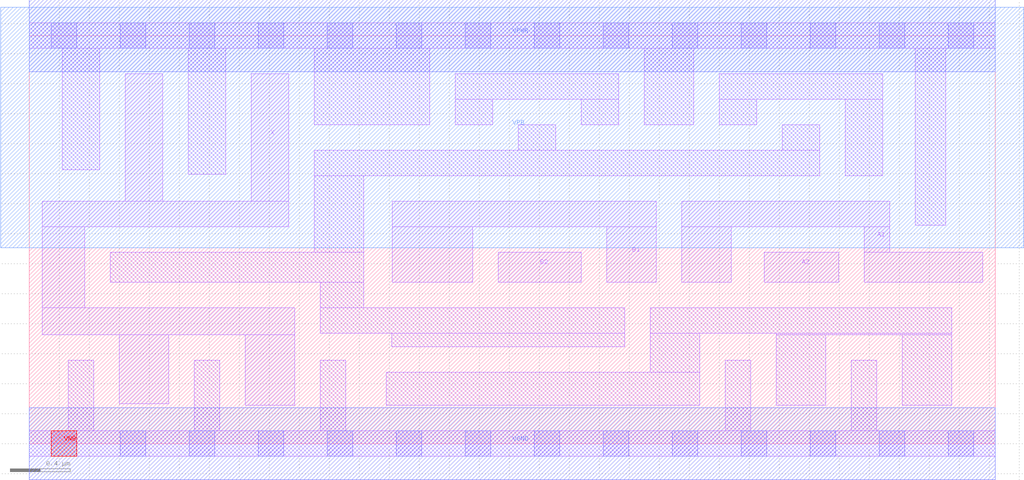
<source format=lef>
# Copyright 2020 The SkyWater PDK Authors
#
# Licensed under the Apache License, Version 2.0 (the "License");
# you may not use this file except in compliance with the License.
# You may obtain a copy of the License at
#
#     https://www.apache.org/licenses/LICENSE-2.0
#
# Unless required by applicable law or agreed to in writing, software
# distributed under the License is distributed on an "AS IS" BASIS,
# WITHOUT WARRANTIES OR CONDITIONS OF ANY KIND, either express or implied.
# See the License for the specific language governing permissions and
# limitations under the License.
#
# SPDX-License-Identifier: Apache-2.0

VERSION 5.7 ;
  NOWIREEXTENSIONATPIN ON ;
  DIVIDERCHAR "/" ;
  BUSBITCHARS "[]" ;
MACRO sky130_fd_sc_hd__o22a_4
  CLASS CORE ;
  FOREIGN sky130_fd_sc_hd__o22a_4 ;
  ORIGIN  0.000000  0.000000 ;
  SIZE  6.440000 BY  2.720000 ;
  SYMMETRY X Y R90 ;
  SITE unithd ;
  PIN A1
    ANTENNAGATEAREA  0.495000 ;
    DIRECTION INPUT ;
    USE SIGNAL ;
    PORT
      LAYER li1 ;
        RECT 4.350000 1.075000 4.680000 1.445000 ;
        RECT 4.350000 1.445000 5.735000 1.615000 ;
        RECT 5.565000 1.075000 6.355000 1.275000 ;
        RECT 5.565000 1.275000 5.735000 1.445000 ;
    END
  END A1
  PIN A2
    ANTENNAGATEAREA  0.495000 ;
    DIRECTION INPUT ;
    USE SIGNAL ;
    PORT
      LAYER li1 ;
        RECT 4.900000 1.075000 5.395000 1.275000 ;
    END
  END A2
  PIN B1
    ANTENNAGATEAREA  0.495000 ;
    DIRECTION INPUT ;
    USE SIGNAL ;
    PORT
      LAYER li1 ;
        RECT 2.420000 1.075000 2.955000 1.445000 ;
        RECT 2.420000 1.445000 4.180000 1.615000 ;
        RECT 3.850000 1.075000 4.180000 1.445000 ;
    END
  END B1
  PIN B2
    ANTENNAGATEAREA  0.495000 ;
    DIRECTION INPUT ;
    USE SIGNAL ;
    PORT
      LAYER li1 ;
        RECT 3.125000 1.075000 3.680000 1.275000 ;
    END
  END B2
  PIN X
    ANTENNADIFFAREA  0.891000 ;
    DIRECTION OUTPUT ;
    USE SIGNAL ;
    PORT
      LAYER li1 ;
        RECT 0.085000 0.725000 1.770000 0.905000 ;
        RECT 0.085000 0.905000 0.370000 1.445000 ;
        RECT 0.085000 1.445000 1.730000 1.615000 ;
        RECT 0.600000 0.265000 0.930000 0.725000 ;
        RECT 0.640000 1.615000 0.890000 2.465000 ;
        RECT 1.440000 0.255000 1.770000 0.725000 ;
        RECT 1.480000 1.615000 1.730000 2.465000 ;
    END
  END X
  PIN VGND
    DIRECTION INOUT ;
    SHAPE ABUTMENT ;
    USE GROUND ;
    PORT
      LAYER met1 ;
        RECT 0.000000 -0.240000 6.440000 0.240000 ;
    END
  END VGND
  PIN VNB
    DIRECTION INOUT ;
    USE GROUND ;
    PORT
      LAYER pwell ;
        RECT 0.145000 -0.085000 0.315000 0.085000 ;
    END
  END VNB
  PIN VPB
    DIRECTION INOUT ;
    USE POWER ;
    PORT
      LAYER nwell ;
        RECT -0.190000 1.305000 6.630000 2.910000 ;
    END
  END VPB
  PIN VPWR
    DIRECTION INOUT ;
    SHAPE ABUTMENT ;
    USE POWER ;
    PORT
      LAYER met1 ;
        RECT 0.000000 2.480000 6.440000 2.960000 ;
    END
  END VPWR
  OBS
    LAYER li1 ;
      RECT 0.000000 -0.085000 6.440000 0.085000 ;
      RECT 0.000000  2.635000 6.440000 2.805000 ;
      RECT 0.220000  1.825000 0.470000 2.635000 ;
      RECT 0.260000  0.085000 0.430000 0.555000 ;
      RECT 0.540000  1.075000 2.230000 1.275000 ;
      RECT 1.060000  1.795000 1.310000 2.635000 ;
      RECT 1.100000  0.085000 1.270000 0.555000 ;
      RECT 1.900000  1.275000 2.230000 1.785000 ;
      RECT 1.900000  1.785000 5.270000 1.955000 ;
      RECT 1.900000  2.125000 2.670000 2.635000 ;
      RECT 1.940000  0.085000 2.110000 0.555000 ;
      RECT 1.940000  0.735000 3.970000 0.905000 ;
      RECT 1.940000  0.905000 2.230000 1.075000 ;
      RECT 2.380000  0.255000 4.470000 0.475000 ;
      RECT 2.415000  0.645000 3.970000 0.735000 ;
      RECT 2.840000  2.125000 3.090000 2.295000 ;
      RECT 2.840000  2.295000 3.930000 2.465000 ;
      RECT 3.260000  1.955000 3.510000 2.125000 ;
      RECT 3.680000  2.125000 3.930000 2.295000 ;
      RECT 4.100000  2.125000 4.430000 2.635000 ;
      RECT 4.140000  0.475000 4.470000 0.735000 ;
      RECT 4.140000  0.735000 6.150000 0.905000 ;
      RECT 4.600000  2.125000 4.850000 2.295000 ;
      RECT 4.600000  2.295000 5.690000 2.465000 ;
      RECT 4.640000  0.085000 4.810000 0.555000 ;
      RECT 4.980000  0.255000 5.310000 0.725000 ;
      RECT 4.980000  0.725000 6.150000 0.735000 ;
      RECT 5.020000  1.955000 5.270000 2.125000 ;
      RECT 5.440000  1.785000 5.690000 2.295000 ;
      RECT 5.480000  0.085000 5.650000 0.555000 ;
      RECT 5.820000  0.255000 6.150000 0.725000 ;
      RECT 5.905000  1.455000 6.110000 2.635000 ;
    LAYER mcon ;
      RECT 0.145000 -0.085000 0.315000 0.085000 ;
      RECT 0.145000  2.635000 0.315000 2.805000 ;
      RECT 0.605000 -0.085000 0.775000 0.085000 ;
      RECT 0.605000  2.635000 0.775000 2.805000 ;
      RECT 1.065000 -0.085000 1.235000 0.085000 ;
      RECT 1.065000  2.635000 1.235000 2.805000 ;
      RECT 1.525000 -0.085000 1.695000 0.085000 ;
      RECT 1.525000  2.635000 1.695000 2.805000 ;
      RECT 1.985000 -0.085000 2.155000 0.085000 ;
      RECT 1.985000  2.635000 2.155000 2.805000 ;
      RECT 2.445000 -0.085000 2.615000 0.085000 ;
      RECT 2.445000  2.635000 2.615000 2.805000 ;
      RECT 2.905000 -0.085000 3.075000 0.085000 ;
      RECT 2.905000  2.635000 3.075000 2.805000 ;
      RECT 3.365000 -0.085000 3.535000 0.085000 ;
      RECT 3.365000  2.635000 3.535000 2.805000 ;
      RECT 3.825000 -0.085000 3.995000 0.085000 ;
      RECT 3.825000  2.635000 3.995000 2.805000 ;
      RECT 4.285000 -0.085000 4.455000 0.085000 ;
      RECT 4.285000  2.635000 4.455000 2.805000 ;
      RECT 4.745000 -0.085000 4.915000 0.085000 ;
      RECT 4.745000  2.635000 4.915000 2.805000 ;
      RECT 5.205000 -0.085000 5.375000 0.085000 ;
      RECT 5.205000  2.635000 5.375000 2.805000 ;
      RECT 5.665000 -0.085000 5.835000 0.085000 ;
      RECT 5.665000  2.635000 5.835000 2.805000 ;
      RECT 6.125000 -0.085000 6.295000 0.085000 ;
      RECT 6.125000  2.635000 6.295000 2.805000 ;
  END
END sky130_fd_sc_hd__o22a_4
END LIBRARY

</source>
